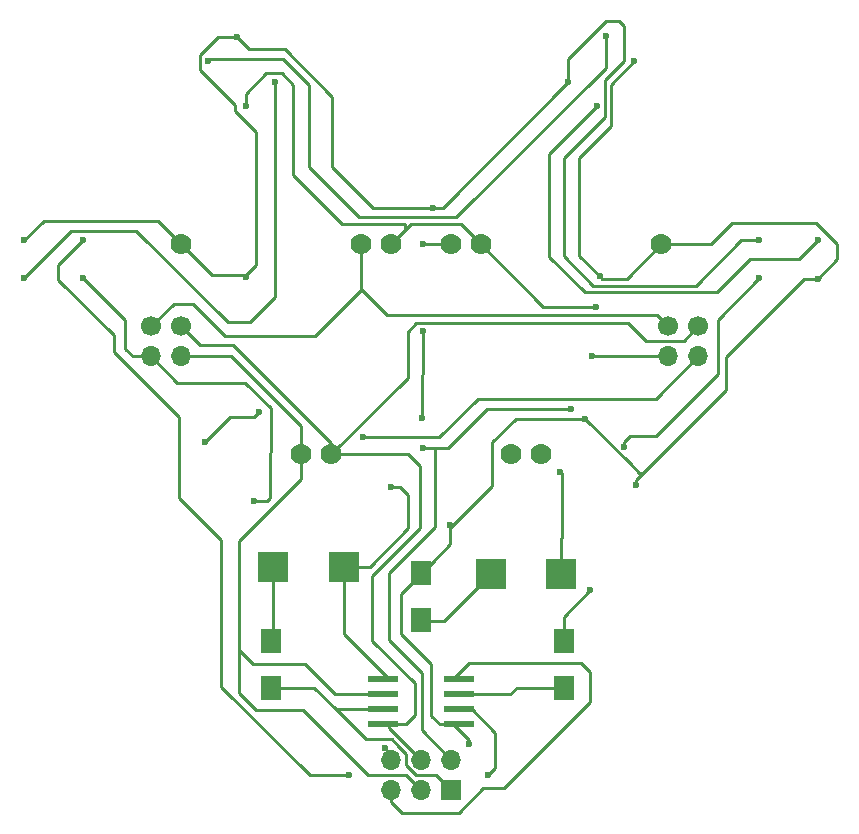
<source format=gbl>
G04 #@! TF.FileFunction,Copper,L2,Bot,Signal*
%FSLAX46Y46*%
G04 Gerber Fmt 4.6, Leading zero omitted, Abs format (unit mm)*
G04 Created by KiCad (PCBNEW 4.0.7-e2-6376~61~ubuntu18.04.1) date Wed Sep  5 22:43:36 2018*
%MOMM*%
%LPD*%
G01*
G04 APERTURE LIST*
%ADD10C,0.100000*%
%ADD11R,2.500000X2.500000*%
%ADD12C,1.778000*%
%ADD13R,2.500000X0.600000*%
%ADD14R,1.700000X1.700000*%
%ADD15O,1.700000X1.700000*%
%ADD16R,1.700000X2.000000*%
%ADD17C,1.700000*%
%ADD18C,0.600000*%
%ADD19C,0.250000*%
G04 APERTURE END LIST*
D10*
D11*
X147495000Y-131445000D03*
X153495000Y-131445000D03*
X165910000Y-132080000D03*
X171910000Y-132080000D03*
D12*
X165100000Y-104140000D03*
X154940000Y-104140000D03*
X170180000Y-121920000D03*
X167640000Y-121920000D03*
X180340000Y-104140000D03*
X162560000Y-104140000D03*
X139700000Y-104140000D03*
X157480000Y-104140000D03*
X149860000Y-121920000D03*
X152400000Y-121920000D03*
D13*
X163220000Y-140970000D03*
X163220000Y-142240000D03*
X163220000Y-143510000D03*
X163220000Y-144780000D03*
X156820000Y-144780000D03*
X156820000Y-143510000D03*
X156820000Y-142240000D03*
X156820000Y-140970000D03*
D14*
X162560000Y-150317200D03*
D15*
X162560000Y-147777200D03*
X160020000Y-150317200D03*
X160020000Y-147777200D03*
X157480000Y-150317200D03*
X157480000Y-147777200D03*
D16*
X160020000Y-135985000D03*
X160020000Y-131985000D03*
X172085000Y-137700000D03*
X172085000Y-141700000D03*
X147320000Y-141700000D03*
X147320000Y-137700000D03*
D17*
X139680000Y-111105000D03*
D15*
X139680000Y-113645000D03*
D17*
X137140000Y-111105000D03*
D15*
X137140000Y-113645000D03*
D17*
X183495000Y-111105000D03*
D15*
X183495000Y-113645000D03*
D17*
X180955000Y-111105000D03*
D15*
X180955000Y-113645000D03*
D18*
X178184372Y-124561352D03*
X145859500Y-125920500D03*
X156972000Y-146837400D03*
X164058600Y-146481800D03*
X174472600Y-113614200D03*
X173888400Y-118948200D03*
X175158400Y-106857800D03*
X174802800Y-109423200D03*
X131405000Y-107010000D03*
X145161298Y-92478571D03*
X178092640Y-88648349D03*
X193624200Y-107061000D03*
X162509200Y-127952500D03*
X160121600Y-118821200D03*
X160147000Y-121361200D03*
X160147000Y-111506000D03*
X171827628Y-123469648D03*
X172745400Y-118110000D03*
X141732000Y-120916700D03*
X145161000Y-106883200D03*
X146329400Y-118364000D03*
X161010600Y-101092000D03*
X160147000Y-104114600D03*
X126405000Y-103810000D03*
X144398702Y-86591429D03*
X188620400Y-103809800D03*
X172466000Y-90424000D03*
X157505400Y-124701300D03*
X147675600Y-90424000D03*
X126405000Y-107010000D03*
X141947360Y-88648349D03*
X175641000Y-86537800D03*
X174878702Y-92478571D03*
X193649600Y-103809800D03*
X188635000Y-107010000D03*
X177165000Y-121285000D03*
X165709600Y-149123400D03*
X131419600Y-103784400D03*
X153924000Y-149123400D03*
X155117800Y-120472200D03*
X174345600Y-133451600D03*
D19*
X180955000Y-111105000D02*
X179984400Y-110134400D01*
X157175200Y-110134400D02*
X154940000Y-107899200D01*
X179984400Y-110134400D02*
X157175200Y-110134400D01*
X154940000Y-104140000D02*
X154940000Y-107899200D01*
X154940000Y-107899200D02*
X154940000Y-108026200D01*
X139075800Y-109169200D02*
X137140000Y-111105000D01*
X140690600Y-109169200D02*
X139075800Y-109169200D01*
X143459200Y-111937800D02*
X140690600Y-109169200D01*
X151028400Y-111937800D02*
X143459200Y-111937800D01*
X154940000Y-108026200D02*
X151028400Y-111937800D01*
X178816000Y-123494800D02*
X178184372Y-124126428D01*
X178184372Y-124126428D02*
X178184372Y-124561352D01*
X147256500Y-125666500D02*
X147002500Y-125920500D01*
X147256500Y-125666500D02*
X147280752Y-118045352D01*
X147280752Y-118045352D02*
X145110200Y-115874800D01*
X145110200Y-115874800D02*
X139369800Y-115874800D01*
X137140000Y-113645000D02*
X139369800Y-115874800D01*
X147002500Y-125920500D02*
X145859500Y-125920500D01*
X160020000Y-131985000D02*
X160051500Y-131985000D01*
X160051500Y-131985000D02*
X160909000Y-131127500D01*
X157480000Y-147777200D02*
X157175200Y-147040600D01*
X157175200Y-147040600D02*
X156972000Y-146837400D01*
X164058600Y-146481800D02*
X164058600Y-146118600D01*
X164058600Y-146118600D02*
X162720000Y-144780000D01*
X174503400Y-113645000D02*
X174472600Y-113614200D01*
X180955000Y-113645000D02*
X174503400Y-113645000D01*
X173888400Y-118948200D02*
X173913800Y-118922800D01*
X165100000Y-104140000D02*
X170383200Y-109423200D01*
X170383200Y-109423200D02*
X174802800Y-109423200D01*
X134950200Y-110555200D02*
X131405000Y-107010000D01*
X134950200Y-110555200D02*
X134950200Y-112979200D01*
X134950200Y-112979200D02*
X135616000Y-113645000D01*
X137140000Y-113645000D02*
X135616000Y-113645000D01*
X158699200Y-102920800D02*
X158699200Y-102463600D01*
X153339800Y-102463600D02*
X158699200Y-102463600D01*
X149199600Y-98323400D02*
X153339800Y-102463600D01*
X149199600Y-90652600D02*
X149199600Y-98323400D01*
X148234400Y-89687400D02*
X149199600Y-90652600D01*
X146862800Y-89687400D02*
X148234400Y-89687400D01*
X145161298Y-91388902D02*
X146862800Y-89687400D01*
X145161298Y-91388902D02*
X145161298Y-92478571D01*
X157480000Y-104140000D02*
X158699200Y-102920800D01*
X158699200Y-102920800D02*
X159156400Y-102463600D01*
X163423600Y-102463600D02*
X165100000Y-104140000D01*
X159156400Y-102463600D02*
X163423600Y-102463600D01*
X180340000Y-104140000D02*
X184607200Y-104140000D01*
X195275200Y-105410000D02*
X193624200Y-107061000D01*
X195275200Y-104165400D02*
X195275200Y-105410000D01*
X193497200Y-102387400D02*
X195275200Y-104165400D01*
X186359800Y-102387400D02*
X193497200Y-102387400D01*
X184607200Y-104140000D02*
X186359800Y-102387400D01*
X176072800Y-90668189D02*
X178092640Y-88648349D01*
X176072800Y-90668189D02*
X176072800Y-94157800D01*
X176072800Y-94157800D02*
X173405800Y-96824800D01*
X173405800Y-96824800D02*
X173405800Y-105105200D01*
X173405800Y-105105200D02*
X175158400Y-106857800D01*
X180340000Y-104140000D02*
X177419000Y-107061000D01*
X175158400Y-106857800D02*
X175361600Y-107061000D01*
X175361600Y-107061000D02*
X177419000Y-107061000D01*
X178498500Y-123494800D02*
X178816000Y-123494800D01*
X178816000Y-123494800D02*
X185801000Y-116509800D01*
X185801000Y-116509800D02*
X185801000Y-113665000D01*
X185801000Y-113665000D02*
X192405000Y-107061000D01*
X192405000Y-107061000D02*
X193624200Y-107061000D01*
X177698400Y-122707400D02*
X178498500Y-123494800D01*
X173913800Y-118922800D02*
X177698400Y-122707400D01*
X168071800Y-118922800D02*
X173913800Y-118922800D01*
X166065200Y-120929400D02*
X168071800Y-118922800D01*
X166065200Y-124587000D02*
X166065200Y-120929400D01*
X162509200Y-128143000D02*
X166065200Y-124587000D01*
X162720000Y-144780000D02*
X161594800Y-144780000D01*
X158305500Y-133731000D02*
X160909000Y-131127500D01*
X160909000Y-131127500D02*
X162496500Y-129540000D01*
X158318200Y-137109200D02*
X158305500Y-133731000D01*
X160883600Y-139674600D02*
X158318200Y-137109200D01*
X160883600Y-144068800D02*
X160883600Y-139674600D01*
X161594800Y-144780000D02*
X160883600Y-144068800D01*
X162496500Y-129540000D02*
X162496500Y-128206500D01*
X160147000Y-111506000D02*
X160121600Y-118821200D01*
X171913550Y-129051050D02*
X171913550Y-123555570D01*
X171913550Y-123555570D02*
X171827628Y-123469648D01*
X162331400Y-121361200D02*
X161163000Y-121361200D01*
X172745400Y-118110000D02*
X166573200Y-118110000D01*
X166573200Y-118110000D02*
X165862000Y-118110000D01*
X165862000Y-118110000D02*
X165582600Y-118110000D01*
X165582600Y-118110000D02*
X162331400Y-121361200D01*
X171910000Y-129054600D02*
X171913550Y-129051050D01*
X171910000Y-132080000D02*
X171910000Y-129054600D01*
X145211800Y-106756200D02*
X145211800Y-106832400D01*
X145211800Y-106832400D02*
X145161000Y-106883200D01*
X162560000Y-147777200D02*
X160096200Y-145313400D01*
X161163000Y-128092200D02*
X161163000Y-121361200D01*
X157302200Y-131953000D02*
X161163000Y-128092200D01*
X157302200Y-137668000D02*
X157302200Y-131953000D01*
X160096200Y-140462000D02*
X157302200Y-137668000D01*
X160096200Y-145313400D02*
X160096200Y-140462000D01*
X157320000Y-140970000D02*
X153495000Y-137145000D01*
X153495000Y-137145000D02*
X153495000Y-131445000D01*
X161163000Y-121361200D02*
X160147000Y-121361200D01*
X146329400Y-118364000D02*
X145897600Y-118795800D01*
X145897600Y-118795800D02*
X143852900Y-118795800D01*
X143852900Y-118795800D02*
X141732000Y-120916700D01*
X141732000Y-120916700D02*
X141693900Y-120954800D01*
X162560000Y-104140000D02*
X160172400Y-104140000D01*
X161010600Y-101092000D02*
X161010600Y-101041200D01*
X160172400Y-104140000D02*
X160147000Y-104114600D01*
X139700000Y-104140000D02*
X137718800Y-102158800D01*
X128056200Y-102158800D02*
X137718800Y-102158800D01*
X128056200Y-102158800D02*
X126405000Y-103810000D01*
X144398702Y-86591429D02*
X142859471Y-86591429D01*
X142859471Y-86591429D02*
X141300200Y-88150700D01*
X141300200Y-88150700D02*
X141300200Y-89357200D01*
X141300200Y-89357200D02*
X144297400Y-92354400D01*
X144297400Y-92354400D02*
X144297400Y-92875100D01*
X144297400Y-92875100D02*
X146050000Y-94627700D01*
X146050000Y-94627700D02*
X146050000Y-105918000D01*
X146050000Y-105918000D02*
X145211800Y-106756200D01*
X155956000Y-101041200D02*
X161010600Y-101041200D01*
X152501600Y-97586800D02*
X155956000Y-101041200D01*
X152501600Y-91643200D02*
X152501600Y-97586800D01*
X148488400Y-87630000D02*
X152501600Y-91643200D01*
X145437273Y-87630000D02*
X148488400Y-87630000D01*
X145437273Y-87630000D02*
X144398702Y-86591429D01*
X161010600Y-101041200D02*
X161848800Y-101041200D01*
X172466000Y-90424000D02*
X161848800Y-101041200D01*
X142316200Y-106756200D02*
X139700000Y-104140000D01*
X145211800Y-106756200D02*
X142316200Y-106756200D01*
X175564800Y-92684600D02*
X175564800Y-93395800D01*
X172466000Y-88493600D02*
X175691800Y-85267800D01*
X175691800Y-85267800D02*
X176784000Y-85267800D01*
X176784000Y-85267800D02*
X177190400Y-85674200D01*
X177190400Y-85674200D02*
X177190400Y-88595200D01*
X177190400Y-88595200D02*
X175564800Y-90220800D01*
X175564800Y-90220800D02*
X175564800Y-92684600D01*
X172466000Y-90424000D02*
X172466000Y-88493600D01*
X187096400Y-103809800D02*
X188620400Y-103809800D01*
X183261000Y-107645200D02*
X187096400Y-103809800D01*
X174599600Y-107645200D02*
X183261000Y-107645200D01*
X172110400Y-105156000D02*
X174599600Y-107645200D01*
X172110400Y-96850200D02*
X172110400Y-105156000D01*
X175564800Y-93395800D02*
X172110400Y-96850200D01*
X153495000Y-131445000D02*
X155676600Y-131445000D01*
X158280100Y-124701300D02*
X157505400Y-124701300D01*
X158927800Y-125349000D02*
X158280100Y-124701300D01*
X158927800Y-128193800D02*
X158927800Y-125349000D01*
X155676600Y-131445000D02*
X158927800Y-128193800D01*
X145542000Y-110769400D02*
X147675600Y-108635800D01*
X147675600Y-108204000D02*
X147675600Y-90424000D01*
X143637000Y-110769400D02*
X145542000Y-110769400D01*
X135890000Y-103022400D02*
X143637000Y-110769400D01*
X130392600Y-103022400D02*
X135890000Y-103022400D01*
X130392600Y-103022400D02*
X126405000Y-107010000D01*
X147675600Y-108635800D02*
X147675600Y-108204000D01*
X175641000Y-89204800D02*
X175641000Y-86537800D01*
X162991800Y-101854000D02*
X175641000Y-89204800D01*
X154762200Y-101854000D02*
X162991800Y-101854000D01*
X150545800Y-97637600D02*
X154762200Y-101854000D01*
X150545800Y-90703400D02*
X150545800Y-97637600D01*
X148336000Y-88493600D02*
X150545800Y-90703400D01*
X141792611Y-88493600D02*
X148336000Y-88493600D01*
X141792611Y-88493600D02*
X141947360Y-88648349D01*
X192024000Y-105435400D02*
X193649600Y-103809800D01*
X187858400Y-105435400D02*
X192024000Y-105435400D01*
X185064400Y-108229400D02*
X187858400Y-105435400D01*
X173863000Y-108229400D02*
X185064400Y-108229400D01*
X170865800Y-105232200D02*
X173863000Y-108229400D01*
X170865800Y-96491473D02*
X170865800Y-105232200D01*
X170865800Y-96491473D02*
X174878702Y-92478571D01*
X177749200Y-120345200D02*
X177165000Y-120929400D01*
X188635000Y-107010000D02*
X185122398Y-110522602D01*
X185122398Y-110522602D02*
X185122398Y-115131002D01*
X185122398Y-115131002D02*
X179908200Y-120345200D01*
X179908200Y-120345200D02*
X177749200Y-120345200D01*
X177165000Y-120929400D02*
X177165000Y-121285000D01*
X129311400Y-105892600D02*
X131419600Y-103784400D01*
X129311400Y-107137200D02*
X129311400Y-105892600D01*
X134035800Y-111861600D02*
X129311400Y-107137200D01*
X134035800Y-113271300D02*
X134035800Y-111861600D01*
X139522200Y-118757700D02*
X134035800Y-113271300D01*
X139522200Y-125653800D02*
X139522200Y-118757700D01*
X143078200Y-129209800D02*
X139522200Y-125653800D01*
X143078200Y-141605000D02*
X143078200Y-129209800D01*
X150596600Y-149123400D02*
X143078200Y-141605000D01*
X166319200Y-148513800D02*
X165709600Y-149123400D01*
X166319200Y-145491200D02*
X166319200Y-148513800D01*
X164338000Y-143510000D02*
X166319200Y-145491200D01*
X164338000Y-143510000D02*
X162720000Y-143510000D01*
X153924000Y-149123400D02*
X150596600Y-149123400D01*
X147495000Y-131445000D02*
X147495000Y-137525000D01*
X147495000Y-137525000D02*
X147320000Y-137700000D01*
X160210500Y-136017000D02*
X161925121Y-136013549D01*
X161925121Y-136013549D02*
X165910000Y-132080000D01*
X162720000Y-142240000D02*
X167589200Y-142240000D01*
X168129200Y-141700000D02*
X172085000Y-141700000D01*
X167589200Y-142240000D02*
X168129200Y-141700000D01*
X162560000Y-150317200D02*
X161315400Y-149072600D01*
X155371800Y-146075400D02*
X152806400Y-143510000D01*
X157530800Y-146075400D02*
X155371800Y-146075400D01*
X158724600Y-147269200D02*
X158140400Y-146685000D01*
X158140400Y-146685000D02*
X157530800Y-146075400D01*
X158724600Y-148234400D02*
X158724600Y-147269200D01*
X159562800Y-149072600D02*
X158724600Y-148234400D01*
X161315400Y-149072600D02*
X159562800Y-149072600D01*
X157320000Y-143510000D02*
X152806400Y-143510000D01*
X150996400Y-141700000D02*
X147320000Y-141700000D01*
X152806400Y-143510000D02*
X150996400Y-141700000D01*
X183495000Y-113645000D02*
X179919000Y-117221000D01*
X179919000Y-117221000D02*
X164820600Y-117221000D01*
X164820600Y-117221000D02*
X161569400Y-120472200D01*
X161569400Y-120472200D02*
X155117800Y-120472200D01*
X160020000Y-150317200D02*
X158775400Y-149072600D01*
X150012400Y-143560800D02*
X147193000Y-143560800D01*
X155524200Y-149072600D02*
X150012400Y-143560800D01*
X158775400Y-149072600D02*
X155524200Y-149072600D01*
X147193000Y-143560800D02*
X146075400Y-143560800D01*
X144627600Y-142113000D02*
X144627600Y-138531600D01*
X146075400Y-143560800D02*
X144627600Y-142113000D01*
X147193000Y-143560800D02*
X147142200Y-143560800D01*
X149860000Y-121920000D02*
X149860000Y-119557800D01*
X143947200Y-113645000D02*
X139680000Y-113645000D01*
X149860000Y-119557800D02*
X143947200Y-113645000D01*
X157320000Y-142240000D02*
X152755600Y-142240000D01*
X152755600Y-142240000D02*
X150190200Y-139674600D01*
X150190200Y-139674600D02*
X145770600Y-139674600D01*
X145770600Y-139674600D02*
X144627600Y-138531600D01*
X149860000Y-124053600D02*
X149860000Y-121920000D01*
X144627600Y-138531600D02*
X144627600Y-129286000D01*
X144627600Y-129286000D02*
X149860000Y-124053600D01*
X157320000Y-144780000D02*
X157320000Y-145077200D01*
X157320000Y-145077200D02*
X160020000Y-147777200D01*
X152400000Y-121920000D02*
X158877000Y-115443000D01*
X182255800Y-112344200D02*
X183495000Y-111105000D01*
X179044600Y-112344200D02*
X182255800Y-112344200D01*
X177538802Y-110838402D02*
X179044600Y-112344200D01*
X159620798Y-110838402D02*
X177538802Y-110838402D01*
X158877000Y-111582200D02*
X159620798Y-110838402D01*
X158877000Y-115443000D02*
X158877000Y-111582200D01*
X152400000Y-121920000D02*
X152400000Y-120980200D01*
X141274800Y-112699800D02*
X139680000Y-111105000D01*
X144119600Y-112699800D02*
X141274800Y-112699800D01*
X152400000Y-120980200D02*
X144119600Y-112699800D01*
X152400000Y-121920000D02*
X158927800Y-121920000D01*
X158724600Y-144780000D02*
X157320000Y-144780000D01*
X159486600Y-144018000D02*
X158724600Y-144780000D01*
X159486600Y-141300200D02*
X159486600Y-144018000D01*
X155905200Y-137718800D02*
X159486600Y-141300200D01*
X155905200Y-132257800D02*
X155905200Y-137718800D01*
X159969200Y-128193800D02*
X155905200Y-132257800D01*
X159969200Y-122961400D02*
X159969200Y-128193800D01*
X158927800Y-121920000D02*
X159969200Y-122961400D01*
X157480000Y-150317200D02*
X157480000Y-151384000D01*
X164091600Y-139598400D02*
X162720000Y-140970000D01*
X173583600Y-139598400D02*
X164091600Y-139598400D01*
X174345600Y-140360400D02*
X173583600Y-139598400D01*
X174345600Y-142875000D02*
X174345600Y-140360400D01*
X167005000Y-150215600D02*
X174345600Y-142875000D01*
X165303200Y-150215600D02*
X167005000Y-150215600D01*
X163245800Y-152273000D02*
X165303200Y-150215600D01*
X158369000Y-152273000D02*
X163245800Y-152273000D01*
X157480000Y-151384000D02*
X158369000Y-152273000D01*
X172085000Y-137700000D02*
X172085000Y-135712200D01*
X172085000Y-135712200D02*
X174345600Y-133451600D01*
M02*

</source>
